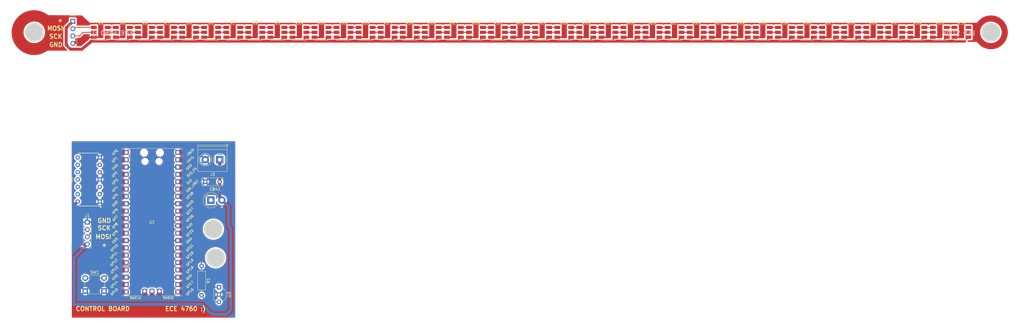
<source format=kicad_pcb>
(kicad_pcb (version 20211014) (generator pcbnew)
  (title_block (title "POV_display") (rev "v01") (comment 9 "Author: Michael Crum"))
  (layers (0 "F.Cu" signal) (31 "B.Cu" signal) (34 "B.Paste" user) (35 "F.Paste" user) (36 "B.SilkS" user "B.Silkscreen") (37 "F.SilkS" user "F.Silkscreen") (38 "B.Mask" user) (39 "F.Mask" user) (44 "Edge.Cuts" user))
  (net 0 "")
  (net 1 "VCC")
  (net 2 "GND")
  (net 3 "Net-(D1-Pad1)")
  (net 4 "Net-(D1-Pad2)")
  (net 5 "Net-(D1-Pad3)")
  (net 6 "Net-(D1-Pad4)")
  (net 7 "Net-(D2-Pad5)")
  (net 8 "Net-(D2-Pad6)")
  (net 9 "Net-(D3-Pad5)")
  (net 10 "Net-(D3-Pad6)")
  (net 11 "Net-(D4-Pad5)")
  (net 12 "Net-(D4-Pad6)")
  (net 13 "Net-(D5-Pad5)")
  (net 14 "Net-(D5-Pad6)")
  (net 15 "Net-(D6-Pad5)")
  (net 16 "Net-(D6-Pad6)")
  (net 17 "Net-(D7-Pad5)")
  (net 18 "Net-(D7-Pad6)")
  (net 19 "/MOSI_5V")
  (net 20 "/SCK_5V")
  (net 21 "/VSYS")
  (net 22 "/RUN")
  (net 25 "/SCK")
  (net 26 "/MOSI")
  (net 43 "/pixels_data")
  (net 44 "/hall_data")
  (net 50 "+3.3V")
  (net 62 "Net-(D1-Pad5)")
  (net 63 "Net-(D1-Pad6)")
  (net 64 "Net-(D11-Pad5)")
  (net 65 "Net-(D11-Pad6)")
  (net 66 "Net-(D12-Pad5)")
  (net 67 "Net-(D12-Pad6)")
  (net 68 "Net-(D13-Pad5)")
  (net 69 "Net-(D13-Pad6)")
  (net 70 "Net-(D14-Pad5)")
  (net 71 "Net-(D14-Pad6)")
  (net 72 "Net-(D15-Pad5)")
  (net 73 "Net-(D15-Pad6)")
  (net 74 "Net-(D16-Pad5)")
  (net 75 "Net-(D16-Pad6)")
  (net 76 "Net-(D17-Pad5)")
  (net 77 "Net-(D17-Pad6)")
  (net 78 "Net-(D18-Pad5)")
  (net 79 "Net-(D18-Pad6)")
  (net 80 "Net-(D19-Pad5)")
  (net 81 "Net-(D19-Pad6)")
  (net 82 "Net-(D20-Pad5)")
  (net 83 "Net-(D20-Pad6)")
  (net 84 "Net-(D21-Pad5)")
  (net 85 "Net-(D21-Pad6)")
  (net 86 "Net-(D22-Pad5)")
  (net 87 "Net-(D22-Pad6)")
  (net 88 "Net-(D23-Pad5)")
  (net 89 "Net-(D23-Pad6)")
  (net 90 "Net-(D24-Pad5)")
  (net 91 "Net-(D24-Pad6)")
  (net 92 "Net-(D25-Pad5)")
  (net 93 "Net-(D25-Pad6)")
  (net 94 "Net-(D26-Pad5)")
  (net 95 "Net-(D26-Pad6)")
  (net 96 "Net-(D27-Pad5)")
  (net 97 "Net-(D27-Pad6)")
  (net 98 "Net-(D28-Pad5)")
  (net 99 "Net-(D28-Pad6)")
  (net 100 "Net-(D29-Pad5)")
  (net 101 "Net-(D29-Pad6)")
  (net 102 "Net-(D30-Pad5)")
  (net 103 "Net-(D30-Pad6)")
  (net 104 "Net-(D31-Pad5)")
  (net 105 "Net-(D31-Pad6)")
  (net 106 "Net-(D32-Pad5)")
  (net 107 "Net-(D32-Pad6)")
  (net 108 "Net-(D33-Pad5)")
  (net 109 "Net-(D33-Pad6)")
  (net 110 "Net-(D34-Pad5)")
  (net 111 "Net-(D34-Pad6)")
  (net 112 "Net-(D35-Pad5)")
  (net 113 "Net-(D35-Pad6)")
  (net 114 "Net-(D36-Pad5)")
  (net 115 "Net-(D36-Pad6)")
  (net 116 "Net-(D37-Pad5)")
  (net 117 "Net-(D37-Pad6)")
  (net 118 "Net-(D38-Pad5)")
  (net 119 "Net-(D38-Pad6)")
  (net 120 "Net-(D39-Pad5)")
  (net 121 "Net-(D39-Pad6)")
  (net 122 "Net-(D8-Pad5)")
  (net 123 "Net-(D8-Pad6)")
  (net 124 "Net-(D10-Pad2)")
  (net 125 "Net-(D10-Pad1)")
  (net 126 "Net-(D10-Pad5)")
  (net 127 "Net-(D10-Pad6)")
  (footprint "MCU_RaspberryPi_and_Boards:RPi_Pico_SMD_TH" (layer "F.Cu") (at 118.076212 128.209256)
    (fp_text reference "U1")
    (fp_text value "Pico")
  )
  (footprint "LED_SMD:LED_RGB_5050-6" (layer "F.Cu") (at 252.784723 62.570104)
    (fp_text reference "D21")
    (fp_text value "APA102")
  )
  (footprint "LED_SMD:LED_RGB_5050-6" (layer "F.Cu") (at 397.564723 62.570104)
    (fp_text reference "D40")
    (fp_text value "APA102")
  )
  (footprint "LED_SMD:LED_RGB_5050-6" (layer "F.Cu") (at 214.684723 62.570104)
    (fp_text reference "D16")
    (fp_text value "APA102")
  )
  (footprint "LED_SMD:LED_RGB_5050-6" (layer "F.Cu") (at 176.584723 62.570104)
    (fp_text reference "D11")
    (fp_text value "APA102")
  )
  (footprint "LED_SMD:LED_RGB_5050-6" (layer "F.Cu") (at 108.004723 62.570104)
    (fp_text reference "D2")
    (fp_text value "APA102")
  )
  (footprint "LED_SMD:LED_RGB_5050-6" (layer "F.Cu") (at 283.264723 62.570104)
    (fp_text reference "D25")
    (fp_text value "APA102")
  )
  (footprint "LED_SMD:LED_RGB_5050-6" (layer "F.Cu") (at 359.464723 62.570104)
    (fp_text reference "D35")
    (fp_text value "APA102")
  )
  (footprint "Resistor_THT:R_Axial_DIN0207_L6.3mm_D2.5mm_P10.16mm_Horizontal" (layer "F.Cu") (at 135.201712 143.341756 -90)
    (fp_text reference "R1")
    (fp_text value "10K")
  )
  (footprint "LED_SMD:LED_RGB_5050-6" (layer "F.Cu") (at 123.244723 62.570104)
    (fp_text reference "D4")
    (fp_text value "APA102")
  )
  (footprint "LED_SMD:LED_RGB_5050-6" (layer "F.Cu") (at 115.624723 62.570104)
    (fp_text reference "D3")
    (fp_text value "APA102")
  )
  (footprint "LED_SMD:LED_RGB_5050-6" (layer "F.Cu") (at 168.964723 62.570104)
    (fp_text reference "D10")
    (fp_text value "APA102")
  )
  (footprint "LED_SMD:LED_RGB_5050-6" (layer "F.Cu") (at 184.204723 62.570104)
    (fp_text reference "D12")
    (fp_text value "APA102")
  )
  (footprint "LED_SMD:LED_RGB_5050-6" (layer "F.Cu") (at 268.024723 62.570104)
    (fp_text reference "D23")
    (fp_text value "APA102")
  )
  (footprint "LED_SMD:LED_RGB_5050-6" (layer "F.Cu") (at 100.384723 62.570104)
    (fp_text reference "D1")
    (fp_text value "APA102")
  )
  (footprint "LED_SMD:LED_RGB_5050-6" (layer "F.Cu") (at 275.644723 62.570104)
    (fp_text reference "D24")
    (fp_text value "APA102")
  )
  (footprint "LED_SMD:LED_RGB_5050-6" (layer "F.Cu") (at 344.224723 62.570104)
    (fp_text reference "D33")
    (fp_text value "APA102")
  )
  (footprint "LED_SMD:LED_RGB_5050-6" (layer "F.Cu") (at 328.984723 62.570104)
    (fp_text reference "D31")
    (fp_text value "APA102")
  )
  (footprint "logic_shifter:74AHCT125-PDIP" (layer "F.Cu") (at 96.232212 113.477256 90)
    (fp_text reference "U2")
    (fp_text value "74AHCT125")
  )
  (footprint "Connector_PinHeader_2.54mm:PinHeader_1x04_P2.54mm_Vertical" (layer "F.Cu") (at 90.732723 58.770104)
    (fp_text reference "J2")
    (fp_text value "Conn_01x04_Male")
  )
  (footprint "LED_SMD:LED_RGB_5050-6" (layer "F.Cu") (at 260.404723 62.570104)
    (fp_text reference "D22")
    (fp_text value "APA102")
  )
  (footprint "LED_SMD:LED_RGB_5050-6" (layer "F.Cu") (at 161.344723 62.570104)
    (fp_text reference "D9")
    (fp_text value "APA102")
  )
  (footprint "LED_SMD:LED_RGB_5050-6" (layer "F.Cu") (at 351.844723 62.570104)
    (fp_text reference "D34")
    (fp_text value "APA102")
  )
  (footprint "LED_SMD:LED_RGB_5050-6" (layer "F.Cu") (at 245.164723 62.570104)
    (fp_text reference "D20")
    (fp_text value "APA102")
  )
  (footprint "LED_SMD:LED_RGB_5050-6" (layer "F.Cu") (at 138.484723 62.570104)
    (fp_text reference "D6")
    (fp_text value "APA102")
  )
  (footprint "TerminalBlock_Phoenix:TerminalBlock_Phoenix_PT-1,5-2-5.0-H_1x02_P5.00mm_Horizontal" (layer "F.Cu") (at 141.444212 106.619256 180)
    (fp_text reference "J3")
    (fp_text value "Screw_Terminal_01x02")
  )
  (footprint "Capacitor_THT:C_Rect_L7.0mm_W2.5mm_P5.00mm" (layer "F.Cu") (at 141.444212 114.239256 180)
    (fp_text reference "C1")
    (fp_text value "47u")
  )
  (footprint "Package_TO_SOT_THT:TO-92_Inline_Wide" (layer "F.Cu") (at 141.191712 150.707756 -90)
    (fp_text reference "U3")
    (fp_text value "DRV5033AJxLPG")
  )
  (footprint "LED_SMD:LED_RGB_5050-6" (layer "F.Cu") (at 146.104723 62.570104)
    (fp_text reference "D7")
    (fp_text value "APA102")
  )
  (footprint "LED_SMD:LED_RGB_5050-6" (layer "F.Cu") (at 367.084723 62.570104)
    (fp_text reference "D36")
    (fp_text value "APA102")
  )
  (footprint "LED_SMD:LED_RGB_5050-6" (layer "F.Cu") (at 229.924723 62.570104)
    (fp_text reference "D18")
    (fp_text value "APA102")
  )
  (footprint "LED_SMD:LED_RGB_5050-6" (layer "F.Cu") (at 313.744723 62.570104)
    (fp_text reference "D29")
    (fp_text value "APA102")
  )
  (footprint "LED_SMD:LED_RGB_5050-6" (layer "F.Cu") (at 153.724723 62.570104)
    (fp_text reference "D8")
    (fp_text value "APA102")
  )
  (footprint "Connector_PinHeader_2.54mm:PinHeader_1x04_P2.54mm_Vertical" (layer "F.Cu") (at 95.724212 128.219256)
    (fp_text reference "J1")
    (fp_text value "Conn_01x04_Male")
  )
  (footprint "LED_SMD:LED_RGB_5050-6" (layer "F.Cu") (at 199.444723 62.570104)
    (fp_text reference "D14")
    (fp_text value "APA102")
  )
  (footprint "LED_SMD:LED_RGB_5050-6" (layer "F.Cu") (at 382.324723 62.570104)
    (fp_text reference "D38")
    (fp_text value "APA102")
  )
  (footprint "LED_SMD:LED_RGB_5050-6" (layer "F.Cu") (at 237.544723 62.570104)
    (fp_text reference "D19")
    (fp_text value "APA102")
  )
  (footprint "LED_SMD:LED_RGB_5050-6" (layer "F.Cu") (at 298.504723 62.570104)
    (fp_text reference "D27")
    (fp_text value "APA102")
  )
  (footprint "LED_SMD:LED_RGB_5050-6" (layer "F.Cu") (at 390.084723 62.570104)
    (fp_text reference "D39")
    (fp_text value "APA102")
  )
  (footprint "LED_SMD:LED_RGB_5050-6" (layer "F.Cu") (at 336.604723 62.570104)
    (fp_text reference "D32")
    (fp_text value "APA102")
  )
  (footprint "LED_SMD:LED_RGB_5050-6" (layer "F.Cu") (at 290.884723 62.570104)
    (fp_text reference "D26")
    (fp_text value "APA102")
  )
  (footprint "LED_SMD:LED_RGB_5050-6" (layer "F.Cu") (at 130.864723 62.570104)
    (fp_text reference "D5")
    (fp_text value "APA102")
  )
  (footprint "LED_SMD:LED_RGB_5050-6" (layer "F.Cu") (at 306.124723 62.570104)
    (fp_text reference "D28")
    (fp_text value "APA102")
  )
  (footprint "LED_SMD:LED_RGB_5050-6" (layer "F.Cu") (at 191.824723 62.570104)
    (fp_text reference "D13")
    (fp_text value "APA102")
  )
  (footprint "Diode_THT:D_DO-201AE_P3.81mm_Vertical_AnodeUp" (layer "F.Cu") (at 138.396212 120.589256)
    (fp_text reference "D41")
    (fp_text value "D_Schottky")
  )
  (footprint "LED_SMD:LED_RGB_5050-6" (layer "F.Cu") (at 222.304723 62.570104)
    (fp_text reference "D17")
    (fp_text value "APA102")
  )
  (footprint "Button_Switch_THT:SW_PUSH_6mm" (layer "F.Cu") (at 95.014212 147.549256)
    (fp_text reference "SW1")
    (fp_text value "SW_Push")
  )
  (footprint "LED_SMD:LED_RGB_5050-6" (layer "F.Cu") (at 321.364723 62.570104)
    (fp_text reference "D30")
    (fp_text value "APA102")
  )
  (footprint "LED_SMD:LED_RGB_5050-6" (layer "F.Cu") (at 207.064723 62.570104)
    (fp_text reference "D15")
    (fp_text value "APA102")
  )
  (footprint "LED_SMD:LED_RGB_5050-6" (layer "F.Cu") (at 374.704723 62.570104)
    (fp_text reference "D37")
    (fp_text value "APA102")
  )
  (gr_arc (start 82.096723 69.428104) (mid 69.090892 62.495086) (end 82.381271 56.124512) (layer "Edge.Cuts") (width 0.0254))
  (gr_circle (center 407.724723 62.570104) (end 410.925123 62.570104) (layer "Edge.Cuts") (width 0.0254) (fill solid))
  (gr_line (start 94.034723 56.220104) (end 96.828723 58.760104) (layer "Edge.Cuts") (width 0.0254))
  (gr_arc (start 402.644723 58.760104) (mid 414.081383 62.570104) (end 402.644723 66.380104) (layer "Edge.Cuts") (width 0.0254))
  (gr_line (start 82.381271 56.124512) (end 94.034723 56.220104) (layer "Edge.Cuts") (width 0.0254))
  (gr_line (start 82.096723 69.428104) (end 94.034723 69.428104) (layer "Edge.Cuts") (width 0.0254))
  (gr_circle (center 140.027712 140.547756) (end 143.228112 140.547756) (layer "Edge.Cuts") (width 0.0254) (fill solid))
  (gr_line (start 402.644723 66.380104) (end 97.336723 66.634104) (layer "Edge.Cuts") (width 0.0254))
  (gr_rect (start 89.882212 99.761256) (end 147.286212 161.737256) (layer "Edge.Cuts") (width 0.0254) (fill none))
  (gr_circle (center 77.423123 62.570104) (end 80.623523 62.570104) (layer "Edge.Cuts") (width 0.0254) (fill solid))
  (gr_line (start 97.336723 66.634104) (end 94.034723 69.428104) (layer "Edge.Cuts") (width 0.0254))
  (gr_line (start 96.828723 58.760104) (end 402.644723 58.760104) (layer "Edge.Cuts") (width 0.0254))
  (gr_circle (center 139.265712 130.641756) (end 142.466112 130.641756) (layer "Edge.Cuts") (width 0.0254) (fill solid))
  (gr_text "LED STRIP" (at 396.548723 62.824104) (layer "B.SilkS") (effects (font (size 1.5 1.5) (thickness 0.3)) (justify mirror)))
  (gr_text "ECE 4760 :)" (at 104.448723 62.824104) (layer "B.SilkS") (effects (font (size 1.5 1.5) (thickness 0.3)) (justify mirror)))
  (gr_text "MOSI" (at 84.636723 61.214) (layer "F.SilkS") (effects (font (size 1.5 1.5) (thickness 0.3))))
  (gr_text "SCK" (at 84.836 64.008) (layer "F.SilkS") (effects (font (size 1.5 1.5) (thickness 0.3))))
  (gr_text "+" (at 86.36 58.42) (layer "F.SilkS") (effects (font (size 1.5 1.5) (thickness 0.3))))
  (gr_text "GND" (at 84.890723 66.888104) (layer "F.SilkS") (effects (font (size 1.5 1.5) (thickness 0.3))))
  (gr_text "+" (at 101.566212 136.083256) (layer "F.SilkS") (effects (font (size 1.5 1.5) (thickness 0.3))))
  (gr_text "CONTROL BOARD" (at 101.058212 158.181256) (layer "F.SilkS") (effects (font (size 1.5 1.5) (thickness 0.3))))
  (gr_text "MOSI" (at 101.312212 133.289256) (layer "F.SilkS") (effects (font (size 1.5 1.5) (thickness 0.3))))
  (gr_text "SCK" (at 101.566212 130.241256) (layer "F.SilkS") (effects (font (size 1.5 1.5) (thickness 0.3))))
  (gr_text "ECE 4760 :)" (at 129.613712 158.181256) (layer "F.SilkS") (effects (font (size 1.5 1.5) (thickness 0.3))))
  (gr_text "GND\n" (at 101.6 127.701256) (layer "F.SilkS") (effects (font (size 1.5 1.5) (thickness 0.3))))
  (segment (start 92.432212 135.839256) (end 95.724212 135.839256) (width 1.016) (layer "F.Cu") (net 1))
  (segment (start 92.422212 121.097256) (end 91.406212 122.113256) (width 1.016) (layer "F.Cu") (net 1))
  (segment (start 141.444212 119.827256) (end 142.206212 120.589256) (width 1.016) (layer "F.Cu") (net 1))
  (segment (start 91.406212 134.813256) (end 92.432212 135.839256) (width 1.016) (layer "F.Cu") (net 1))
  (segment (start 91.406212 122.113256) (end 91.406212 134.813256) (width 1.016) (layer "F.Cu") (net 1))
  (segment (start 141.444212 114.239256) (end 141.444212 106.619256) (width 1.016) (layer "F.Cu") (net 1))
  (segment (start 141.444212 114.239256) (end 141.444212 119.827256) (width 1.016) (layer "F.Cu") (net 1))
  (segment (start 145.260112 158.575856) (end 143.730212 160.105756) (width 1.016) (layer "B.Cu") (net 1))
  (segment (start 143.730212 160.105756) (end 138.757712 160.105756) (width 1.016) (layer "B.Cu") (net 1))
  (segment (start 138.757712 160.105756) (end 135.309212 156.657256) (width 1.016) (layer "B.Cu") (net 1))
  (segment (start 91.152212 156.657256) (end 91.152212 140.411256) (width 1.016) (layer "B.Cu") (net 1))
  (segment (start 145.260112 130.483186) (end 145.260112 158.575856) (width 1.016) (layer "B.Cu") (net 1))
  (segment (start 142.206212 120.589256) (end 144.492212 122.875256) (width 1.016) (layer "B.Cu") (net 1))
  (segment (start 144.492212 129.715286) (end 145.260112 130.483186) (width 1.016) (layer "B.Cu") (net 1))
  (segment (start 91.152212 140.411256) (end 95.724212 135.839256) (width 1.016) (layer "B.Cu") (net 1))
  (segment (start 144.492212 122.875256) (end 144.492212 129.715286) (width 1.016) (layer "B.Cu") (net 1))
  (segment (start 135.309212 156.657256) (end 91.152212 156.657256) (width 1.016) (layer "B.Cu") (net 1))
  (segment (start 91.172723 60.870104) (end 90.732723 61.310104) (width 0.254) (layer "F.Cu") (net 3))
  (segment (start 97.984723 60.870104) (end 91.172723 60.870104) (width 0.254) (layer "F.Cu") (net 3))
  (segment (start 90.732723 63.850104) (end 93.008723 63.850104) (width 0.254) (layer "F.Cu") (net 4))
  (segment (start 94.288723 62.570104) (end 97.984723 62.570104) (width 0.254) (layer "F.Cu") (net 4))
  (segment (start 93.008723 63.850104) (end 94.288723 62.570104) (width 0.254) (layer "F.Cu") (net 4))
  (segment (start 97.896723 64.358104) (end 97.984723 64.270104) (width 0.254) (layer "F.Cu") (net 5))
  (segment (start 90.996723 66.126104) (end 92.764723 66.126104) (width 1.016) (layer "F.Cu") (net 5))
  (segment (start 92.764723 66.126104) (end 94.532723 64.358104) (width 0.254) (layer "F.Cu") (net 5))
  (segment (start 90.732723 66.390104) (end 90.996723 66.126104) (width 1.016) (layer "F.Cu") (net 5))
  (segment (start 94.532723 64.358104) (end 97.896723 64.358104) (width 0.254) (layer "F.Cu") (net 5))
  (segment (start 101.436723 65.618104) (end 102.784723 64.270104) (width 0.254) (layer "F.Cu") (net 6))
  (segment (start 154.232723 65.618104) (end 154.776723 65.618104) (width 0.254) (layer "F.Cu") (net 6))
  (segment (start 382.832723 65.618104) (end 390.198723 65.618104) (width 1.016) (layer "F.Cu") (net 6))
  (segment (start 90.732723 58.770104) (end 88.446723 61.056104) (width 1.016) (layer "F.Cu") (net 6))
  (segment (start 284.316723 65.618104) (end 285.664723 64.270104) (width 0.254) (layer "F.Cu") (net 6))
  (segment (start 185.256723 65.618104) (end 186.604723 64.270104) (width 0.254) (layer "F.Cu") (net 6))
  (segment (start 391.136723 65.618104) (end 392.484723 64.270104) (width 0.254) (layer "F.Cu") (net 6))
  (segment (start 168.964723 65.618104) (end 177.092723 65.618104) (width 1.016) (layer "F.Cu") (net 6))
  (segment (start 124.006723 65.618104) (end 131.626723 65.618104) (width 1.016) (layer "F.Cu") (net 6))
  (segment (start 299.556723 65.618104) (end 306.378723 65.618104) (width 1.016) (layer "F.Cu") (net 6))
  (segment (start 147.156723 65.618104) (end 148.504723 64.270104) (width 0.254) (layer "F.Cu") (net 6))
  (segment (start 230.976723 65.618104) (end 232.324723 64.270104) (width 0.254) (layer "F.Cu") (net 6))
  (segment (start 101.436723 65.618104) (end 109.056723 65.618104) (width 1.016) (layer "F.Cu") (net 6))
  (segment (start 269.076723 65.618104) (end 270.424723 64.270104) (width 0.254) (layer "F.Cu") (net 6))
  (segment (start 215.192723 65.618104) (end 215.736723 65.618104) (width 0.254) (layer "F.Cu") (net 6))
  (segment (start 306.378723 65.618104) (end 307.176723 65.618104) (width 0.254) (layer "F.Cu") (net 6))
  (segment (start 321.110723 65.618104) (end 322.416723 65.618104) (width 0.254) (layer "F.Cu") (net 6))
  (segment (start 382.832723 65.618104) (end 383.376723 65.618104) (width 0.254) (layer "F.Cu") (net 6))
  (segment (start 246.216723 65.618104) (end 247.564723 64.270104) (width 0.254) (layer "F.Cu") (net 6))
  (segment (start 268.786723 65.618104) (end 269.076723 65.618104) (width 0.254) (layer "F.Cu") (net 6))
  (segment (start 383.376723 65.618104) (end 384.724723 64.270104) (width 0.254) (layer "F.Cu") (net 6))
  (segment (start 116.676723 65.618104) (end 118.024723 64.270104) (width 0.254) (layer "F.Cu") (net 6))
  (segment (start 170.016723 65.618104) (end 171.364723 64.270104) (width 0.254) (layer "F.Cu") (net 6))
  (segment (start 93.853386 68.412104) (end 96.487266 66.257111) (width 1.016) (layer "F.Cu") (net 6))
  (segment (start 116.640723 65.618104) (end 116.676723 65.618104) (width 0.254) (layer "F.Cu") (net 6))
  (segment (start 89.970723 68.412104) (end 93.853386 68.412104) (width 1.016) (layer "F.Cu") (net 6))
  (segment (start 375.756723 65.618104) (end 377.104723 64.270104) (width 0.254) (layer "F.Cu") (net 6))
  (segment (start 131.626723 65.618104) (end 138.992723 65.618104) (width 1.016) (layer "F.Cu") (net 6))
  (segment (start 215.736723 65.618104) (end 217.084723 64.270104) (width 0.254) (layer "F.Cu") (net 6))
  (segment (start 200.496723 65.618104) (end 201.844723 64.270104) (width 0.254) (layer "F.Cu") (net 6))
  (segment (start 322.416723 65.618104) (end 323.764723 64.270104) (width 0.254) (layer "F.Cu") (net 6))
  (segment (start 368.136723 65.618104) (end 369.484723 64.270104) (width 0.254) (layer "F.Cu") (net 6))
  (segment (start 109.056723 65.618104) (end 116.640723 65.618104) (width 1.016) (layer "F.Cu") (net 6))
  (segment (start 328.984723 65.618104) (end 337.112723 65.618104) (width 1.016) (layer "F.Cu") (net 6))
  (segment (start 177.092723 65.618104) (end 183.950723 65.618104) (width 1.016) (layer "F.Cu") (net 6))
  (segment (start 161.852723 65.618104) (end 168.964723 65.618104) (width 1.016) (layer "F.Cu") (net 6))
  (segment (start 344.224723 65.618104) (end 351.082723 65.618104) (width 1.016) (layer "F.Cu") (net 6))
  (segment (start 337.656723 65.618104) (end 339.004723 64.270104) (width 0.254) (layer "F.Cu") (net 6))
  (segment (start 109.056723 65.618104) (end 110.404723 64.270104) (width 0.254) (layer "F.Cu") (net 6))
  (segment (start 96.487266 66.257111) (end 97.126273 65.618104) (width 1.016) (layer "F.Cu") (net 6))
  (segment (start 124.006723 65.618104) (end 124.296723 65.618104) (width 0.254) (layer "F.Cu") (net 6))
  (segment (start 345.276723 65.618104) (end 346.624723 64.270104) (width 0.254) (layer "F.Cu") (net 6))
  (segment (start 366.322723 65.618104) (end 375.466723 65.618104) (width 1.016) (layer "F.Cu") (net 6))
  (segment (start 161.852723 65.618104) (end 162.396723 65.618104) (width 0.254) (layer "F.Cu") (net 6))
  (segment (start 245.418723 65.618104) (end 253.292723 65.618104) (width 1.016) (layer "F.Cu") (net 6))
  (segment (start 375.466723 65.618104) (end 375.756723 65.618104) (width 0.254) (layer "F.Cu") (net 6))
  (segment (start 390.198723 65.618104) (end 391.136723 65.618104) (width 0.254) (layer "F.Cu") (net 6))
  (segment (start 215.192723 65.618104) (end 222.304723 65.618104) (width 1.016) (layer "F.Cu") (net 6))
  (segment (start 351.082723 65.618104) (end 352.896723 65.618104) (width 0.254) (layer "F.Cu") (net 6))
  (segment (start 230.432723 65.618104) (end 238.306723 65.618104) (width 1.016) (layer "F.Cu") (net 6))
  (segment (start 253.836723 65.618104) (end 255.184723 64.270104) (width 0.254) (layer "F.Cu") (net 6))
  (segment (start 261.456723 65.618104) (end 262.804723 64.270104) (width 0.254) (layer "F.Cu") (net 6))
  (segment (start 146.612723 65.618104) (end 154.232723 65.618104) (width 1.016) (layer "F.Cu") (net 6))
  (segment (start 222.304723 65.618104) (end 230.432723 65.618104) (width 1.016) (layer "F.Cu") (net 6))
  (segment (start 337.112723 65.618104) (end 337.656723 65.618104) (width 0.254) (layer "F.Cu") (net 6))
  (segment (start 138.992723 65.618104) (end 139.536723 65.618104) (width 0.254) (layer "F.Cu") (net 6))
  (segment (start 116.640723 65.618104) (end 124.006723 65.618104) (width 1.016) (layer "F.Cu") (net 6))
  (segment (start 260.658723 65.618104) (end 268.786723 65.618104) (width 1.016) (layer "F.Cu") (net 6))
  (segment (start 307.176723 65.618104) (end 308.524723 64.270104) (width 0.254) (layer "F.Cu") (net 6))
  (segment (start 398.616723 65.618104) (end 399.964723 64.270104) (width 0.254) (layer "F.Cu") (net 6))
  (segment (start 177.636723 65.618104) (end 178.984723 64.270104) (width 0.254) (layer "F.Cu") (net 6))
  (segment (start 245.418723 65.618104) (end 246.216723 65.618104) (width 0.254) (layer "F.Cu") (net 6))
  (segment (start 222.304723 65.618104) (end 223.356723 65.618104) (width 0.254) (layer "F.Cu") (net 6))
  (segment (start 97.126273 65.618104) (end 101.436723 65.618104) (width 1.016) (layer "F.Cu") (net 6))
  (segment (start 328.984723 65.618104) (end 330.036723 65.618104) (width 0.254) (layer "F.Cu") (net 6))
  (segment (start 284.026723 65.618104) (end 284.316723 65.618104) (width 0.254) (layer "F.Cu") (net 6))
  (segment (start 253.292723 65.618104) (end 253.836723 65.618104) (width 0.254) (layer "F.Cu") (net 6))
  (segment (start 337.112723 65.618104) (end 344.224723 65.618104) (width 1.016) (layer "F.Cu") (net 6))
  (segment (start 276.696723 65.618104) (end 278.044723 64.270104) (width 0.254) (layer "F.Cu") (net 6))
  (segment (start 313.998723 65.618104) (end 314.796723 65.618104) (width 0.254) (layer "F.Cu") (net 6))
  (segment (start 207.826723 65.618104) (end 208.116723 65.618104) (width 0.254) (layer "F.Cu") (net 6))
  (segment (start 183.950723 65.618104) (end 192.332723 65.618104) (width 1.016) (layer "F.Cu") (net 6))
  (segment (start 199.444723 65.618104) (end 207.826723 65.618104) (width 1.016) (layer "F.Cu") (net 6))
  (segment (start 162.396723 65.618104) (end 163.744723 64.270104) (width 0.254) (layer "F.Cu") (net 6))
  (segment (start 192.876723 65.618104) (end 194.224723 64.270104) (width 0.254) (layer "F.Cu") (net 6))
  (segment (start 330.036723 65.618104) (end 331.384723 64.270104) (width 0.254) (layer "F.Cu") (net 6))
  (segment (start 88.446723 66.888104) (end 89.970723 68.412104) (width 1.016) (layer "F.Cu") (net 6))
  (segment (start 299.556723 65.618104) (end 300.904723 64.270104) (width 0.254) (layer "F.Cu") (net 6))
  (segment (start 192.332723 65.618104) (end 199.444723 65.618104) (width 1.016) (layer "F.Cu") (net 6))
  (segment (start 238.596723 65.618104) (end 239.944723 64.270104) (width 0.254) (layer "F.Cu") (net 6))
  (segment (start 124.296723 65.618104) (end 125.644723 64.270104) (width 0.254) (layer "F.Cu") (net 6))
  (segment (start 131.916723 65.618104) (end 133.264723 64.270104) (width 0.254) (layer "F.Cu") (net 6))
  (segment (start 230.432723 65.618104) (end 230.976723 65.618104) (width 0.254) (layer "F.Cu") (net 6))
  (segment (start 291.936723 65.618104) (end 299.556723 65.618104) (width 1.016) (layer "F.Cu") (net 6))
  (segment (start 360.516723 65.618104) (end 361.864723 64.270104) (width 0.254) (layer "F.Cu") (net 6))
  (segment (start 313.998723 65.618104) (end 321.110723 65.618104) (width 1.016) (layer "F.Cu") (net 6))
  (segment (start 238.306723 65.618104) (end 238.596723 65.618104) (width 0.254) (layer "F.Cu") (net 6))
  (segment (start 359.718723 65.618104) (end 360.516723 65.618104) (width 0.254) (layer "F.Cu") (net 6))
  (segment (start 146.612723 65.618104) (end 147.156723 65.618104) (width 0.254) (layer "F.Cu") (net 6))
  (segment (start 88.446723 61.056104) (end 88.446723 66.888104) (width 1.016) (layer "F.Cu") (net 6))
  (segment (start 276.696723 65.618104) (end 284.026723 65.618104) (width 1.016) (layer "F.Cu") (net 6))
  (segment (start 352.896723 65.618104) (end 354.244723 64.270104) (width 0.254) (layer "F.Cu") (net 6))
  (segment (start 177.092723 65.618104) (end 177.636723 65.618104) (width 0.254) (layer "F.Cu") (net 6))
  (segment (start 138.992723 65.618104) (end 146.612723 65.618104) (width 1.016) (layer "F.Cu") (net 6))
  (segment (start 223.356723 65.618104) (end 224.704723 64.270104) (width 0.254) (layer "F.Cu") (net 6))
  (segment (start 344.224723 65.618104) (end 345.276723 65.618104) (width 0.254) (layer "F.Cu") (net 6))
  (segment (start 253.292723 65.618104) (end 260.658723 65.618104) (width 1.016) (layer "F.Cu") (net 6))
  (segment (start 366.322723 65.618104) (end 368.136723 65.618104) (width 0.254) (layer "F.Cu") (net 6))
  (segment (start 131.626723 65.618104) (end 131.916723 65.618104) (width 0.254) (layer "F.Cu") (net 6))
  (segment (start 375.466723 65.618104) (end 382.832723 65.618104) (width 1.016) (layer "F.Cu") (net 6))
  (segment (start 359.718723 65.618104) (end 366.322723 65.618104) (width 1.016) (layer "F.Cu") (net 6))
  (segment (start 168.964723 65.618104) (end 170.016723 65.618104) (width 0.254) (layer "F.Cu") (net 6))
  (segment (start 390.198723 65.618104) (end 398.616723 65.618104) (width 1.016) (layer "F.Cu") (net 6))
  (segment (start 154.776723 65.618104) (end 156.124723 64.270104) (width 0.254) (layer "F.Cu") (net 6))
  (segment (start 314.796723 65.618104) (end 316.144723 64.270104) (width 0.254) (layer "F.Cu") (net 6))
  (segment (start 321.110723 65.618104) (end 328.984723 65.618104) (width 1.016) (layer "F.Cu") (net 6))
  (segment (start 291.936723 65.618104) (end 293.284723 64.270104) (width 0.254) (layer "F.Cu") (net 6))
  (segment (start 207.826723 65.618104) (end 215.192723 65.618104) (width 1.016) (layer "F.Cu") (net 6))
  (segment (start 183.950723 65.618104) (end 185.256723 65.618104) (width 0.254) (layer "F.Cu") (net 6))
  (segment (start 199.444723 65.618104) (end 200.496723 65.618104) (width 0.254) (layer "F.Cu") (net 6))
  (segment (start 238.306723 65.618104) (end 245.418723 65.618104) (width 1.016) (layer "F.Cu") (net 6))
  (segment (start 268.786723 65.618104) (end 276.696723 65.618104) (width 1.016) (layer "F.Cu") (net 6))
  (segment (start 208.116723 65.618104) (end 209.464723 64.270104) (width 0.254) (layer "F.Cu") (net 6))
  (segment (start 260.658723 65.618104) (end 261.456723 65.618104) (width 0.254) (layer "F.Cu") (net 6))
  (segment (start 351.082723 65.618104) (end 359.718723 65.618104) (width 1.016) (layer "F.Cu") (net 6))
  (segment (start 192.332723 65.618104) (end 192.876723 65.618104) (width 0.254) (layer "F.Cu") (net 6))
  (segment (start 139.536723 65.618104) (end 140.884723 64.270104) (width 0.254) (layer "F.Cu") (net 6))
  (segment (start 306.378723 65.618104) (end 313.998723 65.618104) (width 1.016) (layer "F.Cu") (net 6))
  (segment (start 284.026723 65.618104) (end 291.936723 65.618104) (width 1.016) (layer "F.Cu") (net 6))
  (segment (start 154.232723 65.618104) (end 161.852723 65.618104) (width 1.016) (layer "F.Cu") (net 6))
  (segment (start 110.404723 62.570104) (end 113.224723 62.570104) (width 0.254) (layer "F.Cu") (net 7))
  (segment (start 110.404723 60.870104) (end 113.224723 60.870104) (width 0.254) (layer "F.Cu") (net 8))
  (segment (start 118.024723 62.570104) (end 120.844723 62.570104) (width 0.254) (layer "F.Cu") (net 9))
  (segment (start 120.844723 60.870104) (end 118.024723 60.870104) (width 0.254) (layer "F.Cu") (net 10))
  (segment (start 125.644723 62.570104) (end 128.464723 62.570104) (width 0.254) (layer "F.Cu") (net 11))
  (segment (start 125.644723 60.870104) (end 128.464723 60.870104) (width 0.254) (layer "F.Cu") (net 12))
  (segment (start 133.264723 62.570104) (end 136.084723 62.570104) (width 0.254) (layer "F.Cu") (net 13))
  (segment (start 133.264723 60.870104) (end 136.084723 60.870104) (width 0.254) (layer "F.Cu") (net 14))
  (segment (start 140.884723 62.570104) (end 143.704723 62.570104) (width 0.254) (layer "F.Cu") (net 15))
  (segment (start 140.884723 60.870104) (end 143.704723 60.870104) (width 0.254) (layer "F.Cu") (net 16))
  (segment (start 148.504723 62.570104) (end 151.324723 62.570104) (width 0.254) (layer "F.Cu") (net 17))
  (segment (start 148.504723 60.870104) (end 151.324723 60.870104) (width 0.254) (layer "F.Cu") (net 18))
  (segment (start 98.772212 124.399256) (end 98.010212 123.637256) (width 0.254) (layer "F.Cu") (net 19))
  (segment (start 98.010212 118.049256) (end 100.042212 116.017256) (width 0.254) (layer "F.Cu") (net 19))
  (segment (start 98.772212 130.251256) (end 98.772212 124.399256) (width 0.254) (layer "F.Cu") (net 19))
  (segment (start 98.010212 123.637256) (end 98.010212 118.049256) (width 0.254) (layer "F.Cu") (net 19))
  (segment (start 95.724212 133.299256) (end 98.772212 130.251256) (width 0.254) (layer "F.Cu") (net 19))
  (segment (start 94.454212 124.399256) (end 94.454212 111.699256) (width 0.254) (layer "F.Cu") (net 20))
  (segment (start 93.565212 128.590256) (end 93.565212 125.288256) (width 0.254) (layer "F.Cu") (net 20))
  (segment (start 95.724212 130.759256) (end 93.956212 130.759256) (width 0.254) (layer "F.Cu") (net 20))
  (segment (start 97.756212 108.397256) (end 100.042212 108.397256) (width 0.254) (layer "F.Cu") (net 20))
  (segment (start 94.454212 111.699256) (end 97.756212 108.397256) (width 0.254) (layer "F.Cu") (net 20))
  (segment (start 93.565212 125.288256) (end 94.454212 124.399256) (width 0.254) (layer "F.Cu") (net 20))
  (segment (start 93.956212 130.759256) (end 92.676212 129.479256) (width 0.254) (layer "F.Cu") (net 20))
  (segment (start 92.676212 129.479256) (end 93.565212 128.590256) (width 0.254) (layer "F.Cu") (net 20))
  (segment (start 131.538212 109.469256) (end 128.688212 106.619256) (width 0.254) (layer "F.Cu") (net 21))
  (segment (start 128.688212 106.619256) (end 126.966212 106.619256) (width 0.254) (layer "F.Cu") (net 21))
  (segment (start 131.538212 113.731256) (end 131.538212 109.469256) (width 0.254) (layer "F.Cu") (net 21))
  (segment (start 138.396212 120.589256) (end 131.538212 113.731256) (width 0.254) (layer "F.Cu") (net 21))
  (segment (start 110.417212 143.410256) (end 105.653212 143.410256) (width 0.254) (layer "F.Cu") (net 22))
  (segment (start 110.417212 141.964256) (end 110.417212 143.410256) (width 0.254) (layer "F.Cu") (net 22))
  (segment (start 126.966212 129.479256) (end 122.902212 129.479256) (width 0.254) (layer "F.Cu") (net 22))
  (segment (start 105.653212 143.410256) (end 101.514212 147.549256) (width 0.254) (layer "F.Cu") (net 22))
  (segment (start 101.514212 147.549256) (end 95.014212 147.549256) (width 0.254) (layer "F.Cu") (net 22))
  (segment (start 122.902212 129.479256) (end 110.417212 141.964256) (width 0.254) (layer "F.Cu") (net 22))
  (segment (start 109.186212 111.699256) (end 100.804211 111.699255) (width 0.254) (layer "F.Cu") (net 25))
  (segment (start 100.804211 111.699255) (end 100.042212 110.937256) (width 0.254) (layer "F.Cu") (net 25))
  (segment (start 109.186212 114.239256) (end 104.360212 114.239256) (width 0.254) (layer "F.Cu") (net 26))
  (segment (start 104.360212 114.239256) (end 100.042212 118.557256) (width 0.254) (layer "F.Cu") (net 26))
  (segment (start 133.570212 140.147256) (end 133.570212 152.085256) (width 0.254) (layer "F.Cu") (net 44))
  (segment (start 130.522212 137.099256) (end 133.570212 140.147256) (width 0.254) (layer "F.Cu") (net 44))
  (segment (start 137.272712 155.787756) (end 141.191712 155.787756) (width 0.254) (layer "F.Cu") (net 44))
  (segment (start 126.966212 137.099256) (end 130.522212 137.099256) (width 0.254) (layer "F.Cu") (net 44))
  (segment (start 133.570212 152.085256) (end 137.272712 155.787756) (width 0.254) (layer "F.Cu") (net 44))
  (segment (start 135.094212 139.131256) (end 135.094212 148.529256) (width 0.254) (layer "F.Cu") (net 50))
  (segment (start 135.094212 148.529256) (end 137.272712 150.707756) (width 0.254) (layer "F.Cu") (net 50))
  (segment (start 133.316212 116.779256) (end 133.316212 137.353256) (width 0.254) (layer "F.Cu") (net 50))
  (segment (start 137.272712 150.707756) (end 141.191712 150.707756) (width 0.254) (layer "F.Cu") (net 50))
  (segment (start 133.316212 137.353256) (end 135.094212 139.131256) (width 0.254) (layer "F.Cu") (net 50))
  (segment (start 126.966212 114.239256) (end 130.776212 114.239256) (width 0.254) (layer "F.Cu") (net 50))
  (segment (start 130.776212 114.239256) (end 133.316212 116.779256) (width 0.254) (layer "F.Cu") (net 50))
  (segment (start 102.784723 62.570104) (end 105.604723 62.570104) (width 0.254) (layer "F.Cu") (net 62))
  (segment (start 102.784723 60.870104) (end 105.604723 60.870104) (width 0.254) (layer "F.Cu") (net 63))
  (segment (start 178.984723 62.570104) (end 181.804723 62.570104) (width 0.254) (layer "F.Cu") (net 64))
  (segment (start 178.984723 60.870104) (end 181.804723 60.870104) (width 0.254) (layer "F.Cu") (net 65))
  (segment (start 186.604723 62.570104) (end 189.424723 62.570104) (width 0.254) (layer "F.Cu") (net 66))
  (segment (start 186.604723 60.870104) (end 189.424723 60.870104) (width 0.254) (layer "F.Cu") (net 67))
  (segment (start 194.224723 62.570104) (end 197.044723 62.570104) (width 0.254) (layer "F.Cu") (net 68))
  (segment (start 194.224723 60.870104) (end 197.044723 60.870104) (width 0.254) (layer "F.Cu") (net 69))
  (segment (start 201.844723 62.570104) (end 204.664723 62.570104) (width 0.254) (layer "F.Cu") (net 70))
  (segment (start 201.844723 60.870104) (end 204.664723 60.870104) (width 0.254) (layer "F.Cu") (net 71))
  (segment (start 209.464723 62.570104) (end 212.284723 62.570104) (width 0.254) (layer "F.Cu") (net 72))
  (segment (start 209.464723 60.870104) (end 212.284723 60.870104) (width 0.254) (layer "F.Cu") (net 73))
  (segment (start 217.084723 62.570104) (end 219.904723 62.570104) (width 0.254) (layer "F.Cu") (net 74))
  (segment (start 217.084723 60.870104) (end 219.904723 60.870104) (width 0.254) (layer "F.Cu") (net 75))
  (segment (start 224.704723 62.570104) (end 227.524723 62.570104) (width 0.254) (layer "F.Cu") (net 76))
  (segment (start 224.704723 60.870104) (end 227.524723 60.870104) (width 0.254) (layer "F.Cu") (net 77))
  (segment (start 232.324723 62.570104) (end 235.144723 62.570104) (width 0.254) (layer "F.Cu") (net 78))
  (segment (start 232.324723 60.870104) (end 235.144723 60.870104) (width 0.254) (layer "F.Cu") (net 79))
  (segment (start 239.944723 62.570104) (end 242.764723 62.570104) (width 0.254) (layer "F.Cu") (net 80))
  (segment (start 239.944723 60.870104) (end 242.764723 60.870104) (width 0.254) (layer "F.Cu") (net 81))
  (segment (start 247.564723 62.570104) (end 250.384723 62.570104) (width 0.254) (layer "F.Cu") (net 82))
  (segment (start 247.564723 60.870104) (end 250.384723 60.870104) (width 0.254) (layer "F.Cu") (net 83))
  (segment (start 255.184723 62.570104) (end 258.004723 62.570104) (width 0.254) (layer "F.Cu") (net 84))
  (segment (start 255.184723 60.870104) (end 258.004723 60.870104) (width 0.254) (layer "F.Cu") (net 85))
  (segment (start 262.804723 62.570104) (end 265.624723 62.570104) (width 0.254) (layer "F.Cu") (net 86))
  (segment (start 262.804723 60.870104) (end 265.624723 60.870104) (width 0.254) (layer "F.Cu") (net 87))
  (segment (start 270.424723 62.570104) (end 273.244723 62.570104) (width 0.254) (layer "F.Cu") (net 88))
  (segment (start 270.424723 60.870104) (end 273.244723 60.870104) (width 0.254) (layer "F.Cu") (net 89))
  (segment (start 278.044723 62.570104) (end 280.864723 62.570104) (width 0.254) (layer "F.Cu") (net 90))
  (segment (start 278.044723 60.870104) (end 280.864723 60.870104) (width 0.254) (layer "F.Cu") (net 91))
  (segment (start 285.664723 62.570104) (end 288.484723 62.570104) (width 0.254) (layer "F.Cu") (net 92))
  (segment (start 285.664723 60.870104) (end 288.484723 60.870104) (width 0.254) (layer "F.Cu") (net 93))
  (segment (start 293.284723 62.570104) (end 296.104723 62.570104) (width 0.254) (layer "F.Cu") (net 94))
  (segment (start 293.284723 60.870104) (end 296.104723 60.870104) (width 0.254) (layer "F.Cu") (net 95))
  (segment (start 300.904723 62.570104) (end 303.724723 62.570104) (width 0.254) (layer "F.Cu") (net 96))
  (segment (start 300.904723 60.870104) (end 303.724723 60.870104) (width 0.254) (layer "F.Cu") (net 97))
  (segment (start 308.524723 62.570104) (end 311.344723 62.570104) (width 0.254) (layer "F.Cu") (net 98))
  (segment (start 308.524723 60.870104) (end 311.344723 60.870104) (width 0.254) (layer "F.Cu") (net 99))
  (segment (start 316.144723 62.570104) (end 318.964723 62.570104) (width 0.254) (layer "F.Cu") (net 100))
  (segment (start 316.144723 60.870104) (end 318.964723 60.870104) (width 0.254) (layer "F.Cu") (net 101))
  (segment (start 323.764723 62.570104) (end 326.584723 62.570104) (width 0.254) (layer "F.Cu") (net 102))
  (segment (start 326.584723 60.870104) (end 323.764723 60.870104) (width 0.254) (layer "F.Cu") (net 103))
  (segment (start 331.384723 62.570104) (end 334.204723 62.570104) (width 0.254) (layer "F.Cu") (net 104))
  (segment (start 331.384723 60.870104) (end 334.204723 60.870104) (width 0.254) (layer "F.Cu") (net 105))
  (segment (start 339.004723 62.570104) (end 341.824723 62.570104) (width 0.254) (layer "F.Cu") (net 106))
  (segment (start 339.004723 60.870104) (end 341.824723 60.870104) (width 0.254) (layer "F.Cu") (net 107))
  (segment (start 346.624723 62.570104) (end 349.444723 62.570104) (width 0.254) (layer "F.Cu") (net 108))
  (segment (start 349.444723 60.870104) (end 346.624723 60.870104) (width 0.254) (layer "F.Cu") (net 109))
  (segment (start 354.244723 62.570104) (end 357.064723 62.570104) (width 0.254) (layer "F.Cu") (net 110))
  (segment (start 354.244723 60.870104) (end 357.064723 60.870104) (width 0.254) (layer "F.Cu") (net 111))
  (segment (start 361.864723 62.570104) (end 364.684723 62.570104) (width 0.254) (layer "F.Cu") (net 112))
  (segment (start 361.864723 60.870104) (end 364.684723 60.870104) (width 0.254) (layer "F.Cu") (net 113))
  (segment (start 369.484723 62.570104) (end 372.304723 62.570104) (width 0.254) (layer "F.Cu") (net 114))
  (segment (start 369.484723 60.870104) (end 372.304723 60.870104) (width 0.254) (layer "F.Cu") (net 115))
  (segment (start 377.104723 62.570104) (end 379.924723 62.570104) (width 0.254) (layer "F.Cu") (net 116))
  (segment (start 377.104723 60.870104) (end 379.924723 60.870104) (width 0.254) (layer "F.Cu") (net 117))
  (segment (start 384.724723 62.570104) (end 387.684723 62.570104) (width 0.254) (layer "F.Cu") (net 118))
  (segment (start 384.724723 60.870104) (end 387.684723 60.870104) (width 0.254) (layer "F.Cu") (net 119))
  (segment (start 392.484723 62.570104) (end 395.164723 62.570104) (width 0.254) (layer "F.Cu") (net 120))
  (segment (start 392.484723 60.870104) (end 395.164723 60.870104) (width 0.254) (layer "F.Cu") (net 121))
  (segment (start 156.124723 62.570104) (end 158.944723 62.570104) (width 0.254) (layer "F.Cu") (net 122))
  (segment (start 156.124723 60.870104) (end 158.944723 60.870104) (width 0.254) (layer "F.Cu") (net 123))
  (segment (start 163.744723 62.570104) (end 166.564723 62.570104) (width 0.254) (layer "F.Cu") (net 124))
  (segment (start 163.744723 60.870104) (end 166.564723 60.870104) (width 0.254) (layer "F.Cu") (net 125))
  (segment (start 171.364723 62.570104) (end 174.184723 62.570104) (width 0.254) (layer "F.Cu") (net 126))
  (segment (start 171.364723 60.870104) (end 174.184723 60.870104) (width 0.254) (layer "F.Cu") (net 127))
  (zone (net 2) (net_name "GND") (layer "F.Cu") (connect_pads (clearance 0.508)) (min_thickness 0.254) (fill yes (thermal_gap 0.508) (thermal_bridge_width 0.508))
    (polygon (pts (xy 147.271716 162.742001) (xy 89.613716 162.488001) (xy 89.882212 159.197256) (xy 89.120212 99.507256) (xy 147.540212 98.999256)))
  )
  (zone (net 5) (net_name "Net-(D1-Pad3)") (layer "F.Cu") (connect_pads (clearance 0.508)) (min_thickness 0.254) (fill yes (thermal_gap 0.508) (thermal_bridge_width 0.508))
    (polygon (pts (xy 418.392723 51.648104) (xy 419.154723 78.318104) (xy 65.586723 73.746104) (xy 66.094723 51.394104)))
  )
  (zone (net 2) (net_name "GND") (layer "B.Cu") (connect_pads (clearance 0.508)) (min_thickness 0.254) (fill yes (thermal_gap 0.508) (thermal_bridge_width 0.508))
    (polygon (pts (xy 147.794212 162.753256) (xy 89.374212 162.753256) (xy 88.104212 98.745256) (xy 148.302212 98.745256)))
  )
)
</source>
